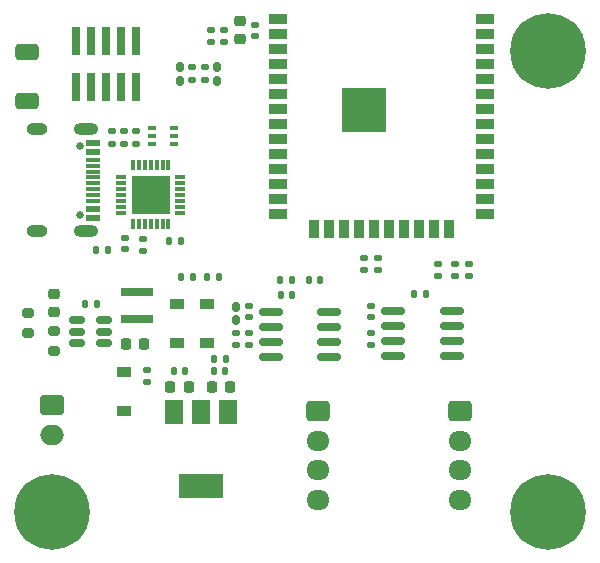
<source format=gbr>
%TF.GenerationSoftware,KiCad,Pcbnew,8.0.8*%
%TF.CreationDate,2025-02-03T14:39:09+00:00*%
%TF.ProjectId,stepper_monitor,73746570-7065-4725-9f6d-6f6e69746f72,rev?*%
%TF.SameCoordinates,Original*%
%TF.FileFunction,Soldermask,Top*%
%TF.FilePolarity,Negative*%
%FSLAX46Y46*%
G04 Gerber Fmt 4.6, Leading zero omitted, Abs format (unit mm)*
G04 Created by KiCad (PCBNEW 8.0.8) date 2025-02-03 14:39:09*
%MOMM*%
%LPD*%
G01*
G04 APERTURE LIST*
G04 Aperture macros list*
%AMRoundRect*
0 Rectangle with rounded corners*
0 $1 Rounding radius*
0 $2 $3 $4 $5 $6 $7 $8 $9 X,Y pos of 4 corners*
0 Add a 4 corners polygon primitive as box body*
4,1,4,$2,$3,$4,$5,$6,$7,$8,$9,$2,$3,0*
0 Add four circle primitives for the rounded corners*
1,1,$1+$1,$2,$3*
1,1,$1+$1,$4,$5*
1,1,$1+$1,$6,$7*
1,1,$1+$1,$8,$9*
0 Add four rect primitives between the rounded corners*
20,1,$1+$1,$2,$3,$4,$5,0*
20,1,$1+$1,$4,$5,$6,$7,0*
20,1,$1+$1,$6,$7,$8,$9,0*
20,1,$1+$1,$8,$9,$2,$3,0*%
G04 Aperture macros list end*
%ADD10RoundRect,0.140000X-0.140000X-0.170000X0.140000X-0.170000X0.140000X0.170000X-0.140000X0.170000X0*%
%ADD11RoundRect,0.225000X0.225000X0.250000X-0.225000X0.250000X-0.225000X-0.250000X0.225000X-0.250000X0*%
%ADD12RoundRect,0.140000X0.140000X0.170000X-0.140000X0.170000X-0.140000X-0.170000X0.140000X-0.170000X0*%
%ADD13RoundRect,0.140000X0.170000X-0.140000X0.170000X0.140000X-0.170000X0.140000X-0.170000X-0.140000X0*%
%ADD14RoundRect,0.140000X-0.170000X0.140000X-0.170000X-0.140000X0.170000X-0.140000X0.170000X0.140000X0*%
%ADD15RoundRect,0.135000X-0.185000X0.135000X-0.185000X-0.135000X0.185000X-0.135000X0.185000X0.135000X0*%
%ADD16RoundRect,0.135000X-0.135000X-0.185000X0.135000X-0.185000X0.135000X0.185000X-0.135000X0.185000X0*%
%ADD17RoundRect,0.070000X-0.380000X0.070000X-0.380000X-0.070000X0.380000X-0.070000X0.380000X0.070000X0*%
%ADD18RoundRect,0.070000X-0.070000X0.380000X-0.070000X-0.380000X0.070000X-0.380000X0.070000X0.380000X0*%
%ADD19R,3.200000X3.200000*%
%ADD20C,0.650000*%
%ADD21R,1.150000X0.300000*%
%ADD22R,1.150000X0.600000*%
%ADD23O,2.100000X1.000000*%
%ADD24O,1.800000X1.000000*%
%ADD25RoundRect,0.150000X0.825000X-0.150000X0.825000X0.150000X-0.825000X0.150000X-0.825000X-0.150000X0*%
%ADD26RoundRect,0.250000X-0.725000X0.600000X-0.725000X-0.600000X0.725000X-0.600000X0.725000X0.600000X0*%
%ADD27O,1.950000X1.700000*%
%ADD28RoundRect,0.225000X-0.250000X0.225000X-0.250000X-0.225000X0.250000X-0.225000X0.250000X0.225000X0*%
%ADD29R,1.200000X0.900000*%
%ADD30R,1.500000X0.900000*%
%ADD31R,0.900000X1.500000*%
%ADD32C,0.600000*%
%ADD33R,3.800000X3.800000*%
%ADD34RoundRect,0.135000X0.135000X0.185000X-0.135000X0.185000X-0.135000X-0.185000X0.135000X-0.185000X0*%
%ADD35R,1.500000X2.000000*%
%ADD36R,3.800000X2.000000*%
%ADD37RoundRect,0.150000X-0.512500X-0.150000X0.512500X-0.150000X0.512500X0.150000X-0.512500X0.150000X0*%
%ADD38RoundRect,0.225000X-0.225000X-0.250000X0.225000X-0.250000X0.225000X0.250000X-0.225000X0.250000X0*%
%ADD39RoundRect,0.350000X-0.650000X0.350000X-0.650000X-0.350000X0.650000X-0.350000X0.650000X0.350000X0*%
%ADD40RoundRect,0.135000X0.185000X-0.135000X0.185000X0.135000X-0.185000X0.135000X-0.185000X-0.135000X0*%
%ADD41RoundRect,0.160000X-0.160000X0.222500X-0.160000X-0.222500X0.160000X-0.222500X0.160000X0.222500X0*%
%ADD42R,0.650000X0.400000*%
%ADD43C,0.800000*%
%ADD44C,6.400000*%
%ADD45RoundRect,0.250000X-0.750000X0.600000X-0.750000X-0.600000X0.750000X-0.600000X0.750000X0.600000X0*%
%ADD46O,2.000000X1.700000*%
%ADD47R,2.700000X0.800000*%
%ADD48RoundRect,0.200000X0.275000X-0.200000X0.275000X0.200000X-0.275000X0.200000X-0.275000X-0.200000X0*%
%ADD49RoundRect,0.200000X-0.275000X0.200000X-0.275000X-0.200000X0.275000X-0.200000X0.275000X0.200000X0*%
%ADD50R,0.740000X2.400000*%
G04 APERTURE END LIST*
D10*
%TO.C,C8*%
X14286000Y12882400D03*
X15246000Y12882400D03*
%TD*%
D11*
%TO.C,C10*%
X19097000Y11587000D03*
X17547000Y11587000D03*
%TD*%
D12*
%TO.C,C11*%
X18649600Y12907800D03*
X17689600Y12907800D03*
%TD*%
D13*
%TO.C,C4*%
X11700000Y23120000D03*
X11700000Y24080000D03*
%TD*%
D14*
%TO.C,C7*%
X10200000Y24180000D03*
X10200000Y23220000D03*
%TD*%
D15*
%TO.C,R6*%
X19594200Y16128800D03*
X19594200Y15108800D03*
%TD*%
%TO.C,R1*%
X15849600Y38616900D03*
X15849600Y37596900D03*
%TD*%
%TO.C,R2*%
X16916400Y37596900D03*
X16916400Y38616900D03*
%TD*%
D16*
%TO.C,R7*%
X13890000Y23900000D03*
X14910000Y23900000D03*
%TD*%
D17*
%TO.C,U2*%
X9853800Y29338284D03*
X9853800Y28838284D03*
X9853800Y28338284D03*
X9853800Y27838284D03*
X9853800Y27338284D03*
X9853800Y26838284D03*
X9853800Y26338284D03*
D18*
X10853800Y25338284D03*
X11353800Y25338284D03*
X11853800Y25338284D03*
X12353800Y25338284D03*
X12853800Y25338284D03*
X13353800Y25338284D03*
X13853800Y25338284D03*
D17*
X14853800Y26338284D03*
X14853800Y26838284D03*
X14853800Y27338284D03*
X14853800Y27838284D03*
X14853800Y28338284D03*
X14853800Y28838284D03*
X14853800Y29338284D03*
D18*
X13853800Y30338284D03*
X13353800Y30338284D03*
X12853800Y30338284D03*
X12353800Y30338284D03*
X11853800Y30338284D03*
X11353800Y30338284D03*
X10853800Y30338284D03*
D19*
X12353800Y27838284D03*
%TD*%
D20*
%TO.C,J4*%
X6389600Y31947400D03*
X6389600Y26167400D03*
D21*
X7454600Y30307400D03*
X7454600Y29307400D03*
X7454600Y28807400D03*
X7454600Y27807400D03*
X7454600Y27307400D03*
X7454600Y28307400D03*
X7454600Y29807400D03*
X7454600Y30807400D03*
D22*
X7454600Y32257400D03*
X7454600Y25857400D03*
D23*
X6889600Y33377400D03*
D24*
X2709600Y33377400D03*
D23*
X6889600Y24737400D03*
D24*
X2709600Y24737400D03*
D22*
X7454600Y31457400D03*
X7454600Y26657400D03*
%TD*%
D15*
%TO.C,R4*%
X9067800Y33199800D03*
X9067800Y32179800D03*
%TD*%
D16*
%TO.C,R5*%
X7690000Y23200000D03*
X8710000Y23200000D03*
%TD*%
D10*
%TO.C,C14*%
X34659000Y19428800D03*
X35619000Y19428800D03*
%TD*%
D25*
%TO.C,U4*%
X37817200Y14196400D03*
X37817200Y15466400D03*
X37817200Y16736400D03*
X37817200Y18006400D03*
X32867200Y18006400D03*
X32867200Y16736400D03*
X32867200Y15466400D03*
X32867200Y14196400D03*
%TD*%
D15*
%TO.C,R17*%
X39274800Y21946000D03*
X39274800Y20926000D03*
%TD*%
D14*
%TO.C,C15*%
X30998800Y18410200D03*
X30998800Y17450200D03*
%TD*%
D15*
%TO.C,R19*%
X30998800Y16179600D03*
X30998800Y15159600D03*
%TD*%
D26*
%TO.C,J1*%
X26500000Y9500000D03*
D27*
X26500000Y7000000D03*
X26500000Y4500000D03*
X26500000Y2000000D03*
%TD*%
D28*
%TO.C,C12*%
X19900000Y42575000D03*
X19900000Y41025000D03*
%TD*%
D29*
%TO.C,D6*%
X14565000Y15254200D03*
X14565000Y18554200D03*
%TD*%
D30*
%TO.C,U7*%
X23150000Y42720000D03*
X23150000Y41450000D03*
X23150000Y40180000D03*
X23150000Y38910000D03*
X23150000Y37640000D03*
X23150000Y36370000D03*
X23150000Y35100000D03*
X23150000Y33830000D03*
X23150000Y32560000D03*
X23150000Y31290000D03*
X23150000Y30020000D03*
X23150000Y28750000D03*
X23150000Y27480000D03*
X23150000Y26210000D03*
D31*
X26190000Y24960000D03*
X27460000Y24960000D03*
X28730000Y24960000D03*
X30000000Y24960000D03*
X31270000Y24960000D03*
X32540000Y24960000D03*
X33810000Y24960000D03*
X35080000Y24960000D03*
X36350000Y24960000D03*
X37620000Y24960000D03*
D30*
X40650000Y26210000D03*
X40650000Y27480000D03*
X40650000Y28750000D03*
X40650000Y30020000D03*
X40650000Y31290000D03*
X40650000Y32560000D03*
X40650000Y33830000D03*
X40650000Y35100000D03*
X40650000Y36370000D03*
X40650000Y37640000D03*
X40650000Y38910000D03*
X40650000Y40180000D03*
X40650000Y41450000D03*
X40650000Y42720000D03*
D32*
X29000000Y35700000D03*
X29000000Y34300000D03*
X29700000Y36400000D03*
X29700000Y35000000D03*
X29700000Y33600000D03*
X30375000Y35700000D03*
X30375000Y34300000D03*
D33*
X30400000Y35000000D03*
D32*
X31100000Y36400000D03*
X31100000Y35000000D03*
X31100000Y33600000D03*
X31800000Y35700000D03*
X31800000Y34300000D03*
%TD*%
D10*
%TO.C,C2*%
X6820000Y18600000D03*
X7780000Y18600000D03*
%TD*%
D34*
%TO.C,R16*%
X18705000Y13898400D03*
X17685000Y13898400D03*
%TD*%
D35*
%TO.C,U3*%
X18920200Y9480000D03*
D36*
X16620200Y3180000D03*
D35*
X16620200Y9480000D03*
X14320200Y9480000D03*
%TD*%
D14*
%TO.C,C9*%
X17452600Y41777800D03*
X17452600Y40817800D03*
%TD*%
D34*
%TO.C,R8*%
X15910000Y20900000D03*
X14890000Y20900000D03*
%TD*%
D37*
%TO.C,U1*%
X6112500Y17200000D03*
X6112500Y16250000D03*
X6112500Y15300000D03*
X8387500Y15300000D03*
X8387500Y16250000D03*
X8387500Y17200000D03*
%TD*%
D14*
%TO.C,C18*%
X20686400Y18435600D03*
X20686400Y17475600D03*
%TD*%
D28*
%TO.C,C3*%
X4200000Y19475000D03*
X4200000Y17925000D03*
%TD*%
D12*
%TO.C,C16*%
X26673800Y20600000D03*
X25713800Y20600000D03*
%TD*%
D15*
%TO.C,R18*%
X38106400Y21946000D03*
X38106400Y20926000D03*
%TD*%
%TO.C,R15*%
X30405800Y22525000D03*
X30405800Y21505000D03*
%TD*%
D38*
%TO.C,C1*%
X10225000Y15200000D03*
X11775000Y15200000D03*
%TD*%
D39*
%TO.C,SW1*%
X1879600Y39943800D03*
X1879600Y35743800D03*
%TD*%
D29*
%TO.C,D3*%
X10100000Y12850000D03*
X10100000Y9550000D03*
%TD*%
D15*
%TO.C,R11*%
X11099800Y33199800D03*
X11099800Y32179800D03*
%TD*%
D40*
%TO.C,R3*%
X12000000Y11990000D03*
X12000000Y13010000D03*
%TD*%
D41*
%TO.C,D1*%
X14808200Y38654000D03*
X14808200Y37509000D03*
%TD*%
D40*
%TO.C,R12*%
X18570200Y40790000D03*
X18570200Y41810000D03*
%TD*%
D15*
%TO.C,R14*%
X31625000Y22525000D03*
X31625000Y21505000D03*
%TD*%
D13*
%TO.C,C13*%
X21200000Y41280000D03*
X21200000Y42240000D03*
%TD*%
D42*
%TO.C,Q1*%
X14335800Y32166800D03*
X14335800Y32816800D03*
X14335800Y33466800D03*
X12435800Y33466800D03*
X12435800Y32816800D03*
X12435800Y32166800D03*
%TD*%
D41*
%TO.C,D4*%
X19594200Y18350300D03*
X19594200Y17205300D03*
%TD*%
D34*
%TO.C,R9*%
X18110000Y20900000D03*
X17090000Y20900000D03*
%TD*%
D15*
%TO.C,R20*%
X20686400Y16154200D03*
X20686400Y15134200D03*
%TD*%
D43*
%TO.C,H3*%
X43600000Y40000000D03*
X44302944Y41697056D03*
X44302944Y38302944D03*
X46000000Y42400000D03*
D44*
X46000000Y40000000D03*
D43*
X46000000Y37600000D03*
X47697056Y41697056D03*
X47697056Y38302944D03*
X48400000Y40000000D03*
%TD*%
D41*
%TO.C,D2*%
X17992100Y38657900D03*
X17992100Y37512900D03*
%TD*%
D45*
%TO.C,J3*%
X4000000Y10000000D03*
D46*
X4000000Y7500000D03*
%TD*%
D25*
%TO.C,U5*%
X27479400Y14145600D03*
X27479400Y15415600D03*
X27479400Y16685600D03*
X27479400Y17955600D03*
X22529400Y17955600D03*
X22529400Y16685600D03*
X22529400Y15415600D03*
X22529400Y14145600D03*
%TD*%
D47*
%TO.C,L1*%
X11200000Y17300000D03*
X11200000Y19600000D03*
%TD*%
D10*
%TO.C,C19*%
X23326200Y20600000D03*
X24286200Y20600000D03*
%TD*%
%TO.C,C17*%
X23356000Y19327200D03*
X24316000Y19327200D03*
%TD*%
D48*
%TO.C,R22*%
X4200000Y14625000D03*
X4200000Y16275000D03*
%TD*%
D38*
%TO.C,C6*%
X14016400Y11561600D03*
X15566400Y11561600D03*
%TD*%
D43*
%TO.C,H4*%
X43600000Y1000000D03*
X44302944Y2697056D03*
X44302944Y-697056D03*
X46000000Y3400000D03*
D44*
X46000000Y1000000D03*
D43*
X46000000Y-1400000D03*
X47697056Y2697056D03*
X47697056Y-697056D03*
X48400000Y1000000D03*
%TD*%
D49*
%TO.C,R21*%
X2000000Y17825000D03*
X2000000Y16175000D03*
%TD*%
D43*
%TO.C,H2*%
X1600000Y1000000D03*
X2302944Y2697056D03*
X2302944Y-697056D03*
X4000000Y3400000D03*
D44*
X4000000Y1000000D03*
D43*
X4000000Y-1400000D03*
X5697056Y2697056D03*
X5697056Y-697056D03*
X6400000Y1000000D03*
%TD*%
D15*
%TO.C,R13*%
X36684000Y21946000D03*
X36684000Y20926000D03*
%TD*%
D40*
%TO.C,R10*%
X10083800Y32179800D03*
X10083800Y33199800D03*
%TD*%
D50*
%TO.C,J5*%
X11074400Y40835200D03*
X11074400Y36935200D03*
X9804400Y40835200D03*
X9804400Y36935200D03*
X8534400Y40835200D03*
X8534400Y36935200D03*
X7264400Y40835200D03*
X7264400Y36935200D03*
X5994400Y40835200D03*
X5994400Y36935200D03*
%TD*%
D29*
%TO.C,D5*%
X17079600Y15254200D03*
X17079600Y18554200D03*
%TD*%
D26*
%TO.C,J2*%
X38500000Y9500000D03*
D27*
X38500000Y7000000D03*
X38500000Y4500000D03*
X38500000Y2000000D03*
%TD*%
M02*

</source>
